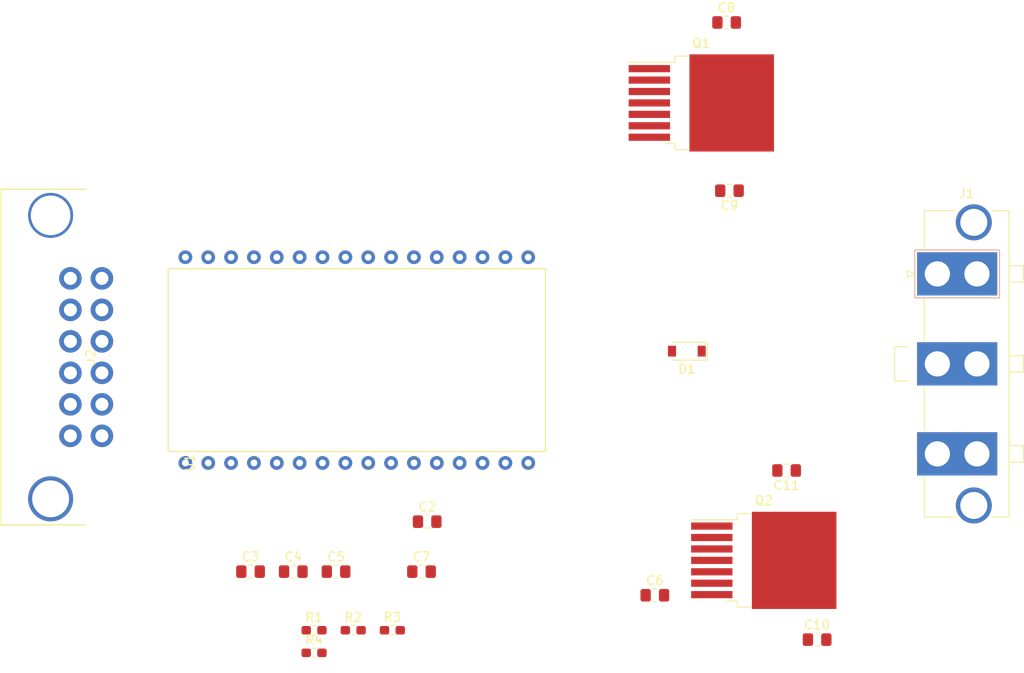
<source format=kicad_pcb>
(kicad_pcb (version 20171130) (host pcbnew "(5.1.4-0-10_14)")

  (general
    (thickness 1.6)
    (drawings 0)
    (tracks 0)
    (zones 0)
    (modules 20)
    (nets 11)
  )

  (page A4)
  (layers
    (0 F.Cu signal)
    (31 B.Cu signal)
    (32 B.Adhes user)
    (33 F.Adhes user)
    (34 B.Paste user)
    (35 F.Paste user)
    (36 B.SilkS user)
    (37 F.SilkS user)
    (38 B.Mask user)
    (39 F.Mask user)
    (40 Dwgs.User user)
    (41 Cmts.User user)
    (42 Eco1.User user)
    (43 Eco2.User user)
    (44 Edge.Cuts user)
    (45 Margin user)
    (46 B.CrtYd user)
    (47 F.CrtYd user)
    (48 B.Fab user)
    (49 F.Fab user)
  )

  (setup
    (last_trace_width 0.25)
    (trace_clearance 0.2)
    (zone_clearance 0.508)
    (zone_45_only no)
    (trace_min 0.2)
    (via_size 0.8)
    (via_drill 0.4)
    (via_min_size 0.4)
    (via_min_drill 0.3)
    (uvia_size 0.3)
    (uvia_drill 0.1)
    (uvias_allowed no)
    (uvia_min_size 0.2)
    (uvia_min_drill 0.1)
    (edge_width 0.05)
    (segment_width 0.2)
    (pcb_text_width 0.3)
    (pcb_text_size 1.5 1.5)
    (mod_edge_width 0.12)
    (mod_text_size 1 1)
    (mod_text_width 0.15)
    (pad_size 1.524 1.524)
    (pad_drill 0.762)
    (pad_to_mask_clearance 0.051)
    (solder_mask_min_width 0.25)
    (aux_axis_origin 0 0)
    (visible_elements FFFFFF7F)
    (pcbplotparams
      (layerselection 0x010fc_ffffffff)
      (usegerberextensions false)
      (usegerberattributes false)
      (usegerberadvancedattributes false)
      (creategerberjobfile false)
      (excludeedgelayer true)
      (linewidth 0.100000)
      (plotframeref false)
      (viasonmask false)
      (mode 1)
      (useauxorigin false)
      (hpglpennumber 1)
      (hpglpenspeed 20)
      (hpglpendiameter 15.000000)
      (psnegative false)
      (psa4output false)
      (plotreference true)
      (plotvalue true)
      (plotinvisibletext false)
      (padsonsilk false)
      (subtractmaskfromsilk false)
      (outputformat 1)
      (mirror false)
      (drillshape 1)
      (scaleselection 1)
      (outputdirectory ""))
  )

  (net 0 "")
  (net 1 GND)
  (net 2 CURRENT1)
  (net 3 CURRENT2)
  (net 4 "Net-(C4-Pad1)")
  (net 5 "Net-(C5-Pad1)")
  (net 6 +12V)
  (net 7 OUT1)
  (net 8 OUT2)
  (net 9 CANH)
  (net 10 CANL)

  (net_class Default "This is the default net class."
    (clearance 0.2)
    (trace_width 0.25)
    (via_dia 0.8)
    (via_drill 0.4)
    (uvia_dia 0.3)
    (uvia_drill 0.1)
    (add_net +12V)
    (add_net CANH)
    (add_net CANL)
    (add_net CURRENT1)
    (add_net CURRENT2)
    (add_net GND)
    (add_net "Net-(C4-Pad1)")
    (add_net "Net-(C5-Pad1)")
    (add_net OUT1)
    (add_net OUT2)
  )

  (module Lukas_Library:Breadboard_Center_32pin (layer F.Cu) (tedit 5DB35942) (tstamp 5DBEC9B7)
    (at 96.8756 109.0422 90)
    (path /5DC21698)
    (fp_text reference U1 (at 0 0.5 90) (layer F.SilkS)
      (effects (font (size 1 1) (thickness 0.15)))
    )
    (fp_text value ControllerBoardV1 (at 0 -0.5 90) (layer F.Fab)
      (effects (font (size 1 1) (thickness 0.15)))
    )
    (fp_line (start 21.59 40.005) (end 1.27 40.005) (layer F.SilkS) (width 0.15))
    (fp_line (start 1.27 -1.905) (end 21.59 -1.905) (layer F.SilkS) (width 0.15))
    (fp_line (start 1.27 0) (end 1.27 -0.635) (layer F.SilkS) (width 0.15))
    (fp_line (start 21.59 -1.905) (end 21.59 40.005) (layer F.SilkS) (width 0.15))
    (fp_line (start 1.27 -1.905) (end 1.27 40.005) (layer F.SilkS) (width 0.15))
    (pad 32 thru_hole circle (at 22.86 38.1 90) (size 1.524 1.524) (drill 0.762) (layers *.Cu *.Mask)
      (net 1 GND))
    (pad 31 thru_hole circle (at 22.86 35.56 90) (size 1.524 1.524) (drill 0.762) (layers *.Cu *.Mask))
    (pad 30 thru_hole circle (at 22.86 33.02 90) (size 1.524 1.524) (drill 0.762) (layers *.Cu *.Mask))
    (pad 29 thru_hole circle (at 22.86 30.48 90) (size 1.524 1.524) (drill 0.762) (layers *.Cu *.Mask))
    (pad 28 thru_hole circle (at 22.86 27.94 90) (size 1.524 1.524) (drill 0.762) (layers *.Cu *.Mask))
    (pad 27 thru_hole circle (at 22.86 25.4 90) (size 1.524 1.524) (drill 0.762) (layers *.Cu *.Mask))
    (pad 26 thru_hole circle (at 22.86 22.86 90) (size 1.524 1.524) (drill 0.762) (layers *.Cu *.Mask))
    (pad 25 thru_hole circle (at 22.86 20.32 90) (size 1.524 1.524) (drill 0.762) (layers *.Cu *.Mask))
    (pad 24 thru_hole circle (at 22.86 17.78 90) (size 1.524 1.524) (drill 0.762) (layers *.Cu *.Mask)
      (net 3 CURRENT2))
    (pad 23 thru_hole circle (at 22.86 15.24 90) (size 1.524 1.524) (drill 0.762) (layers *.Cu *.Mask)
      (net 2 CURRENT1))
    (pad 22 thru_hole circle (at 22.86 12.7 90) (size 1.524 1.524) (drill 0.762) (layers *.Cu *.Mask))
    (pad 21 thru_hole circle (at 22.86 10.16 90) (size 1.524 1.524) (drill 0.762) (layers *.Cu *.Mask))
    (pad 20 thru_hole circle (at 22.86 7.62 90) (size 1.524 1.524) (drill 0.762) (layers *.Cu *.Mask))
    (pad 19 thru_hole circle (at 22.86 5.08 90) (size 1.524 1.524) (drill 0.762) (layers *.Cu *.Mask)
      (net 1 GND))
    (pad 18 thru_hole circle (at 22.86 2.54 90) (size 1.524 1.524) (drill 0.762) (layers *.Cu *.Mask)
      (net 9 CANH))
    (pad 17 thru_hole circle (at 22.86 0 90) (size 1.524 1.524) (drill 0.762) (layers *.Cu *.Mask)
      (net 10 CANL))
    (pad 16 thru_hole circle (at 0 38.1 90) (size 1.524 1.524) (drill 0.762) (layers *.Cu *.Mask))
    (pad 15 thru_hole circle (at 0 35.56 90) (size 1.524 1.524) (drill 0.762) (layers *.Cu *.Mask))
    (pad 14 thru_hole circle (at 0 33.02 90) (size 1.524 1.524) (drill 0.762) (layers *.Cu *.Mask))
    (pad 13 thru_hole circle (at 0 30.48 90) (size 1.524 1.524) (drill 0.762) (layers *.Cu *.Mask))
    (pad 12 thru_hole circle (at 0 27.94 90) (size 1.524 1.524) (drill 0.762) (layers *.Cu *.Mask))
    (pad 11 thru_hole circle (at 0 25.4 90) (size 1.524 1.524) (drill 0.762) (layers *.Cu *.Mask))
    (pad 10 thru_hole circle (at 0 22.86 90) (size 1.524 1.524) (drill 0.762) (layers *.Cu *.Mask))
    (pad 9 thru_hole circle (at 0 20.32 90) (size 1.524 1.524) (drill 0.762) (layers *.Cu *.Mask))
    (pad 8 thru_hole circle (at 0 17.78 90) (size 1.524 1.524) (drill 0.762) (layers *.Cu *.Mask))
    (pad 7 thru_hole circle (at 0 15.24 90) (size 1.524 1.524) (drill 0.762) (layers *.Cu *.Mask))
    (pad 6 thru_hole circle (at 0 12.7 90) (size 1.524 1.524) (drill 0.762) (layers *.Cu *.Mask))
    (pad 5 thru_hole circle (at 0 10.16 90) (size 1.524 1.524) (drill 0.762) (layers *.Cu *.Mask))
    (pad 4 thru_hole circle (at 0 7.62 90) (size 1.524 1.524) (drill 0.762) (layers *.Cu *.Mask))
    (pad 3 thru_hole circle (at 0 5.08 90) (size 1.524 1.524) (drill 0.762) (layers *.Cu *.Mask))
    (pad 2 thru_hole circle (at 0 2.54 90) (size 1.524 1.524) (drill 0.762) (layers *.Cu *.Mask)
      (net 6 +12V))
    (pad 1 thru_hole circle (at 0 0 90) (size 1.524 1.524) (drill 0.762) (layers *.Cu *.Mask)
      (net 1 GND))
  )

  (module Resistor_SMD:R_0603_1608Metric_Pad1.05x0.95mm_HandSolder (layer F.Cu) (tedit 5B301BBD) (tstamp 5DBEC98E)
    (at 111.1796 130.146)
    (descr "Resistor SMD 0603 (1608 Metric), square (rectangular) end terminal, IPC_7351 nominal with elongated pad for handsoldering. (Body size source: http://www.tortai-tech.com/upload/download/2011102023233369053.pdf), generated with kicad-footprint-generator")
    (tags "resistor handsolder")
    (path /5DC2A27A)
    (attr smd)
    (fp_text reference R4 (at 0 -1.43) (layer F.SilkS)
      (effects (font (size 1 1) (thickness 0.15)))
    )
    (fp_text value 510 (at 0 1.43) (layer F.Fab)
      (effects (font (size 1 1) (thickness 0.15)))
    )
    (fp_text user %R (at 0 0) (layer F.Fab)
      (effects (font (size 0.4 0.4) (thickness 0.06)))
    )
    (fp_line (start 1.65 0.73) (end -1.65 0.73) (layer F.CrtYd) (width 0.05))
    (fp_line (start 1.65 -0.73) (end 1.65 0.73) (layer F.CrtYd) (width 0.05))
    (fp_line (start -1.65 -0.73) (end 1.65 -0.73) (layer F.CrtYd) (width 0.05))
    (fp_line (start -1.65 0.73) (end -1.65 -0.73) (layer F.CrtYd) (width 0.05))
    (fp_line (start -0.171267 0.51) (end 0.171267 0.51) (layer F.SilkS) (width 0.12))
    (fp_line (start -0.171267 -0.51) (end 0.171267 -0.51) (layer F.SilkS) (width 0.12))
    (fp_line (start 0.8 0.4) (end -0.8 0.4) (layer F.Fab) (width 0.1))
    (fp_line (start 0.8 -0.4) (end 0.8 0.4) (layer F.Fab) (width 0.1))
    (fp_line (start -0.8 -0.4) (end 0.8 -0.4) (layer F.Fab) (width 0.1))
    (fp_line (start -0.8 0.4) (end -0.8 -0.4) (layer F.Fab) (width 0.1))
    (pad 2 smd roundrect (at 0.875 0) (size 1.05 0.95) (layers F.Cu F.Paste F.Mask) (roundrect_rratio 0.25)
      (net 1 GND))
    (pad 1 smd roundrect (at -0.875 0) (size 1.05 0.95) (layers F.Cu F.Paste F.Mask) (roundrect_rratio 0.25)
      (net 5 "Net-(C5-Pad1)"))
    (model ${KISYS3DMOD}/Resistor_SMD.3dshapes/R_0603_1608Metric.wrl
      (at (xyz 0 0 0))
      (scale (xyz 1 1 1))
      (rotate (xyz 0 0 0))
    )
  )

  (module Resistor_SMD:R_0603_1608Metric_Pad1.05x0.95mm_HandSolder (layer F.Cu) (tedit 5B301BBD) (tstamp 5DBEC97D)
    (at 119.8796 127.636)
    (descr "Resistor SMD 0603 (1608 Metric), square (rectangular) end terminal, IPC_7351 nominal with elongated pad for handsoldering. (Body size source: http://www.tortai-tech.com/upload/download/2011102023233369053.pdf), generated with kicad-footprint-generator")
    (tags "resistor handsolder")
    (path /5DBFA5F1)
    (attr smd)
    (fp_text reference R3 (at 0 -1.43) (layer F.SilkS)
      (effects (font (size 1 1) (thickness 0.15)))
    )
    (fp_text value 510 (at 0 1.43) (layer F.Fab)
      (effects (font (size 1 1) (thickness 0.15)))
    )
    (fp_text user %R (at 0 0) (layer F.Fab)
      (effects (font (size 0.4 0.4) (thickness 0.06)))
    )
    (fp_line (start 1.65 0.73) (end -1.65 0.73) (layer F.CrtYd) (width 0.05))
    (fp_line (start 1.65 -0.73) (end 1.65 0.73) (layer F.CrtYd) (width 0.05))
    (fp_line (start -1.65 -0.73) (end 1.65 -0.73) (layer F.CrtYd) (width 0.05))
    (fp_line (start -1.65 0.73) (end -1.65 -0.73) (layer F.CrtYd) (width 0.05))
    (fp_line (start -0.171267 0.51) (end 0.171267 0.51) (layer F.SilkS) (width 0.12))
    (fp_line (start -0.171267 -0.51) (end 0.171267 -0.51) (layer F.SilkS) (width 0.12))
    (fp_line (start 0.8 0.4) (end -0.8 0.4) (layer F.Fab) (width 0.1))
    (fp_line (start 0.8 -0.4) (end 0.8 0.4) (layer F.Fab) (width 0.1))
    (fp_line (start -0.8 -0.4) (end 0.8 -0.4) (layer F.Fab) (width 0.1))
    (fp_line (start -0.8 0.4) (end -0.8 -0.4) (layer F.Fab) (width 0.1))
    (pad 2 smd roundrect (at 0.875 0) (size 1.05 0.95) (layers F.Cu F.Paste F.Mask) (roundrect_rratio 0.25)
      (net 1 GND))
    (pad 1 smd roundrect (at -0.875 0) (size 1.05 0.95) (layers F.Cu F.Paste F.Mask) (roundrect_rratio 0.25)
      (net 4 "Net-(C4-Pad1)"))
    (model ${KISYS3DMOD}/Resistor_SMD.3dshapes/R_0603_1608Metric.wrl
      (at (xyz 0 0 0))
      (scale (xyz 1 1 1))
      (rotate (xyz 0 0 0))
    )
  )

  (module Resistor_SMD:R_0603_1608Metric_Pad1.05x0.95mm_HandSolder (layer F.Cu) (tedit 5B301BBD) (tstamp 5DBEC96C)
    (at 115.5296 127.636)
    (descr "Resistor SMD 0603 (1608 Metric), square (rectangular) end terminal, IPC_7351 nominal with elongated pad for handsoldering. (Body size source: http://www.tortai-tech.com/upload/download/2011102023233369053.pdf), generated with kicad-footprint-generator")
    (tags "resistor handsolder")
    (path /5DC2A29B)
    (attr smd)
    (fp_text reference R2 (at 0 -1.43) (layer F.SilkS)
      (effects (font (size 1 1) (thickness 0.15)))
    )
    (fp_text value 510 (at 0 1.43) (layer F.Fab)
      (effects (font (size 1 1) (thickness 0.15)))
    )
    (fp_text user %R (at 0 0) (layer F.Fab)
      (effects (font (size 0.4 0.4) (thickness 0.06)))
    )
    (fp_line (start 1.65 0.73) (end -1.65 0.73) (layer F.CrtYd) (width 0.05))
    (fp_line (start 1.65 -0.73) (end 1.65 0.73) (layer F.CrtYd) (width 0.05))
    (fp_line (start -1.65 -0.73) (end 1.65 -0.73) (layer F.CrtYd) (width 0.05))
    (fp_line (start -1.65 0.73) (end -1.65 -0.73) (layer F.CrtYd) (width 0.05))
    (fp_line (start -0.171267 0.51) (end 0.171267 0.51) (layer F.SilkS) (width 0.12))
    (fp_line (start -0.171267 -0.51) (end 0.171267 -0.51) (layer F.SilkS) (width 0.12))
    (fp_line (start 0.8 0.4) (end -0.8 0.4) (layer F.Fab) (width 0.1))
    (fp_line (start 0.8 -0.4) (end 0.8 0.4) (layer F.Fab) (width 0.1))
    (fp_line (start -0.8 -0.4) (end 0.8 -0.4) (layer F.Fab) (width 0.1))
    (fp_line (start -0.8 0.4) (end -0.8 -0.4) (layer F.Fab) (width 0.1))
    (pad 2 smd roundrect (at 0.875 0) (size 1.05 0.95) (layers F.Cu F.Paste F.Mask) (roundrect_rratio 0.25)
      (net 1 GND))
    (pad 1 smd roundrect (at -0.875 0) (size 1.05 0.95) (layers F.Cu F.Paste F.Mask) (roundrect_rratio 0.25)
      (net 3 CURRENT2))
    (model ${KISYS3DMOD}/Resistor_SMD.3dshapes/R_0603_1608Metric.wrl
      (at (xyz 0 0 0))
      (scale (xyz 1 1 1))
      (rotate (xyz 0 0 0))
    )
  )

  (module Resistor_SMD:R_0603_1608Metric_Pad1.05x0.95mm_HandSolder (layer F.Cu) (tedit 5B301BBD) (tstamp 5DBEC95B)
    (at 111.1796 127.636)
    (descr "Resistor SMD 0603 (1608 Metric), square (rectangular) end terminal, IPC_7351 nominal with elongated pad for handsoldering. (Body size source: http://www.tortai-tech.com/upload/download/2011102023233369053.pdf), generated with kicad-footprint-generator")
    (tags "resistor handsolder")
    (path /5DC08F2C)
    (attr smd)
    (fp_text reference R1 (at 0 -1.43) (layer F.SilkS)
      (effects (font (size 1 1) (thickness 0.15)))
    )
    (fp_text value 510 (at 0 1.43) (layer F.Fab)
      (effects (font (size 1 1) (thickness 0.15)))
    )
    (fp_text user %R (at 0 0) (layer F.Fab)
      (effects (font (size 0.4 0.4) (thickness 0.06)))
    )
    (fp_line (start 1.65 0.73) (end -1.65 0.73) (layer F.CrtYd) (width 0.05))
    (fp_line (start 1.65 -0.73) (end 1.65 0.73) (layer F.CrtYd) (width 0.05))
    (fp_line (start -1.65 -0.73) (end 1.65 -0.73) (layer F.CrtYd) (width 0.05))
    (fp_line (start -1.65 0.73) (end -1.65 -0.73) (layer F.CrtYd) (width 0.05))
    (fp_line (start -0.171267 0.51) (end 0.171267 0.51) (layer F.SilkS) (width 0.12))
    (fp_line (start -0.171267 -0.51) (end 0.171267 -0.51) (layer F.SilkS) (width 0.12))
    (fp_line (start 0.8 0.4) (end -0.8 0.4) (layer F.Fab) (width 0.1))
    (fp_line (start 0.8 -0.4) (end 0.8 0.4) (layer F.Fab) (width 0.1))
    (fp_line (start -0.8 -0.4) (end 0.8 -0.4) (layer F.Fab) (width 0.1))
    (fp_line (start -0.8 0.4) (end -0.8 -0.4) (layer F.Fab) (width 0.1))
    (pad 2 smd roundrect (at 0.875 0) (size 1.05 0.95) (layers F.Cu F.Paste F.Mask) (roundrect_rratio 0.25)
      (net 1 GND))
    (pad 1 smd roundrect (at -0.875 0) (size 1.05 0.95) (layers F.Cu F.Paste F.Mask) (roundrect_rratio 0.25)
      (net 2 CURRENT1))
    (model ${KISYS3DMOD}/Resistor_SMD.3dshapes/R_0603_1608Metric.wrl
      (at (xyz 0 0 0))
      (scale (xyz 1 1 1))
      (rotate (xyz 0 0 0))
    )
  )

  (module Package_TO_SOT_SMD:TO-263-7_TabPin8 (layer F.Cu) (tedit 5A70FBD7) (tstamp 5DBEC94A)
    (at 161.1528 119.869)
    (descr "TO-263 / D2PAK / DDPAK SMD package, http://www.infineon.com/cms/en/product/packages/PG-TO263/PG-TO263-7-1/")
    (tags "D2PAK DDPAK TO-263 D2PAK-7 TO-263-7 SOT-427")
    (path /5DC2A259)
    (attr smd)
    (fp_text reference Q2 (at 0 -6.65) (layer F.SilkS)
      (effects (font (size 1 1) (thickness 0.15)))
    )
    (fp_text value BTN8982TA (at 0 6.65) (layer F.Fab)
      (effects (font (size 1 1) (thickness 0.15)))
    )
    (fp_text user %R (at 0 0) (layer F.Fab)
      (effects (font (size 1 1) (thickness 0.15)))
    )
    (fp_line (start 8.32 -5.65) (end -8.32 -5.65) (layer F.CrtYd) (width 0.05))
    (fp_line (start 8.32 5.65) (end 8.32 -5.65) (layer F.CrtYd) (width 0.05))
    (fp_line (start -8.32 5.65) (end 8.32 5.65) (layer F.CrtYd) (width 0.05))
    (fp_line (start -8.32 -5.65) (end -8.32 5.65) (layer F.CrtYd) (width 0.05))
    (fp_line (start -2.95 4.51) (end -4.05 4.51) (layer F.SilkS) (width 0.12))
    (fp_line (start -2.95 5.2) (end -2.95 4.51) (layer F.SilkS) (width 0.12))
    (fp_line (start -1.45 5.2) (end -2.95 5.2) (layer F.SilkS) (width 0.12))
    (fp_line (start -2.95 -4.51) (end -8.075 -4.51) (layer F.SilkS) (width 0.12))
    (fp_line (start -2.95 -5.2) (end -2.95 -4.51) (layer F.SilkS) (width 0.12))
    (fp_line (start -1.45 -5.2) (end -2.95 -5.2) (layer F.SilkS) (width 0.12))
    (fp_line (start -7.45 4.11) (end -2.75 4.11) (layer F.Fab) (width 0.1))
    (fp_line (start -7.45 3.51) (end -7.45 4.11) (layer F.Fab) (width 0.1))
    (fp_line (start -2.75 3.51) (end -7.45 3.51) (layer F.Fab) (width 0.1))
    (fp_line (start -7.45 2.84) (end -2.75 2.84) (layer F.Fab) (width 0.1))
    (fp_line (start -7.45 2.24) (end -7.45 2.84) (layer F.Fab) (width 0.1))
    (fp_line (start -2.75 2.24) (end -7.45 2.24) (layer F.Fab) (width 0.1))
    (fp_line (start -7.45 1.57) (end -2.75 1.57) (layer F.Fab) (width 0.1))
    (fp_line (start -7.45 0.97) (end -7.45 1.57) (layer F.Fab) (width 0.1))
    (fp_line (start -2.75 0.97) (end -7.45 0.97) (layer F.Fab) (width 0.1))
    (fp_line (start -7.45 0.3) (end -2.75 0.3) (layer F.Fab) (width 0.1))
    (fp_line (start -7.45 -0.3) (end -7.45 0.3) (layer F.Fab) (width 0.1))
    (fp_line (start -2.75 -0.3) (end -7.45 -0.3) (layer F.Fab) (width 0.1))
    (fp_line (start -7.45 -0.97) (end -2.75 -0.97) (layer F.Fab) (width 0.1))
    (fp_line (start -7.45 -1.57) (end -7.45 -0.97) (layer F.Fab) (width 0.1))
    (fp_line (start -2.75 -1.57) (end -7.45 -1.57) (layer F.Fab) (width 0.1))
    (fp_line (start -7.45 -2.24) (end -2.75 -2.24) (layer F.Fab) (width 0.1))
    (fp_line (start -7.45 -2.84) (end -7.45 -2.24) (layer F.Fab) (width 0.1))
    (fp_line (start -2.75 -2.84) (end -7.45 -2.84) (layer F.Fab) (width 0.1))
    (fp_line (start -7.45 -3.51) (end -2.75 -3.51) (layer F.Fab) (width 0.1))
    (fp_line (start -7.45 -4.11) (end -7.45 -3.51) (layer F.Fab) (width 0.1))
    (fp_line (start -2.64 -4.11) (end -7.45 -4.11) (layer F.Fab) (width 0.1))
    (fp_line (start -1.75 -5) (end 6.5 -5) (layer F.Fab) (width 0.1))
    (fp_line (start -2.75 -4) (end -1.75 -5) (layer F.Fab) (width 0.1))
    (fp_line (start -2.75 5) (end -2.75 -4) (layer F.Fab) (width 0.1))
    (fp_line (start 6.5 5) (end -2.75 5) (layer F.Fab) (width 0.1))
    (fp_line (start 6.5 -5) (end 6.5 5) (layer F.Fab) (width 0.1))
    (fp_line (start 7.5 5) (end 6.5 5) (layer F.Fab) (width 0.1))
    (fp_line (start 7.5 -5) (end 7.5 5) (layer F.Fab) (width 0.1))
    (fp_line (start 6.5 -5) (end 7.5 -5) (layer F.Fab) (width 0.1))
    (pad "" smd rect (at 0.95 2.775) (size 4.55 5.25) (layers F.Paste))
    (pad "" smd rect (at 5.8 -2.775) (size 4.55 5.25) (layers F.Paste))
    (pad "" smd rect (at 0.95 -2.775) (size 4.55 5.25) (layers F.Paste))
    (pad "" smd rect (at 5.8 2.775) (size 4.55 5.25) (layers F.Paste))
    (pad 8 smd rect (at 3.375 0) (size 9.4 10.8) (layers F.Cu F.Mask)
      (net 8 OUT2))
    (pad 7 smd rect (at -5.775 3.81) (size 4.6 0.8) (layers F.Cu F.Paste F.Mask)
      (net 6 +12V))
    (pad 6 smd rect (at -5.775 2.54) (size 4.6 0.8) (layers F.Cu F.Paste F.Mask)
      (net 3 CURRENT2))
    (pad 5 smd rect (at -5.775 1.27) (size 4.6 0.8) (layers F.Cu F.Paste F.Mask)
      (net 5 "Net-(C5-Pad1)"))
    (pad 4 smd rect (at -5.775 0) (size 4.6 0.8) (layers F.Cu F.Paste F.Mask)
      (net 8 OUT2))
    (pad 3 smd rect (at -5.775 -1.27) (size 4.6 0.8) (layers F.Cu F.Paste F.Mask))
    (pad 2 smd rect (at -5.775 -2.54) (size 4.6 0.8) (layers F.Cu F.Paste F.Mask))
    (pad 1 smd rect (at -5.775 -3.81) (size 4.6 0.8) (layers F.Cu F.Paste F.Mask)
      (net 1 GND))
    (model ${KISYS3DMOD}/Package_TO_SOT_SMD.3dshapes/TO-263-7_TabPin8.wrl
      (at (xyz 0 0 0))
      (scale (xyz 1 1 1))
      (rotate (xyz 0 0 0))
    )
  )

  (module Package_TO_SOT_SMD:TO-263-7_TabPin8 (layer F.Cu) (tedit 5A70FBD7) (tstamp 5DBEC912)
    (at 154.2126 69.0372)
    (descr "TO-263 / D2PAK / DDPAK SMD package, http://www.infineon.com/cms/en/product/packages/PG-TO263/PG-TO263-7-1/")
    (tags "D2PAK DDPAK TO-263 D2PAK-7 TO-263-7 SOT-427")
    (path /5DBDBBC0)
    (attr smd)
    (fp_text reference Q1 (at 0 -6.65) (layer F.SilkS)
      (effects (font (size 1 1) (thickness 0.15)))
    )
    (fp_text value BTN8982TA (at 0 6.65) (layer F.Fab)
      (effects (font (size 1 1) (thickness 0.15)))
    )
    (fp_text user %R (at 0 0) (layer F.Fab)
      (effects (font (size 1 1) (thickness 0.15)))
    )
    (fp_line (start 8.32 -5.65) (end -8.32 -5.65) (layer F.CrtYd) (width 0.05))
    (fp_line (start 8.32 5.65) (end 8.32 -5.65) (layer F.CrtYd) (width 0.05))
    (fp_line (start -8.32 5.65) (end 8.32 5.65) (layer F.CrtYd) (width 0.05))
    (fp_line (start -8.32 -5.65) (end -8.32 5.65) (layer F.CrtYd) (width 0.05))
    (fp_line (start -2.95 4.51) (end -4.05 4.51) (layer F.SilkS) (width 0.12))
    (fp_line (start -2.95 5.2) (end -2.95 4.51) (layer F.SilkS) (width 0.12))
    (fp_line (start -1.45 5.2) (end -2.95 5.2) (layer F.SilkS) (width 0.12))
    (fp_line (start -2.95 -4.51) (end -8.075 -4.51) (layer F.SilkS) (width 0.12))
    (fp_line (start -2.95 -5.2) (end -2.95 -4.51) (layer F.SilkS) (width 0.12))
    (fp_line (start -1.45 -5.2) (end -2.95 -5.2) (layer F.SilkS) (width 0.12))
    (fp_line (start -7.45 4.11) (end -2.75 4.11) (layer F.Fab) (width 0.1))
    (fp_line (start -7.45 3.51) (end -7.45 4.11) (layer F.Fab) (width 0.1))
    (fp_line (start -2.75 3.51) (end -7.45 3.51) (layer F.Fab) (width 0.1))
    (fp_line (start -7.45 2.84) (end -2.75 2.84) (layer F.Fab) (width 0.1))
    (fp_line (start -7.45 2.24) (end -7.45 2.84) (layer F.Fab) (width 0.1))
    (fp_line (start -2.75 2.24) (end -7.45 2.24) (layer F.Fab) (width 0.1))
    (fp_line (start -7.45 1.57) (end -2.75 1.57) (layer F.Fab) (width 0.1))
    (fp_line (start -7.45 0.97) (end -7.45 1.57) (layer F.Fab) (width 0.1))
    (fp_line (start -2.75 0.97) (end -7.45 0.97) (layer F.Fab) (width 0.1))
    (fp_line (start -7.45 0.3) (end -2.75 0.3) (layer F.Fab) (width 0.1))
    (fp_line (start -7.45 -0.3) (end -7.45 0.3) (layer F.Fab) (width 0.1))
    (fp_line (start -2.75 -0.3) (end -7.45 -0.3) (layer F.Fab) (width 0.1))
    (fp_line (start -7.45 -0.97) (end -2.75 -0.97) (layer F.Fab) (width 0.1))
    (fp_line (start -7.45 -1.57) (end -7.45 -0.97) (layer F.Fab) (width 0.1))
    (fp_line (start -2.75 -1.57) (end -7.45 -1.57) (layer F.Fab) (width 0.1))
    (fp_line (start -7.45 -2.24) (end -2.75 -2.24) (layer F.Fab) (width 0.1))
    (fp_line (start -7.45 -2.84) (end -7.45 -2.24) (layer F.Fab) (width 0.1))
    (fp_line (start -2.75 -2.84) (end -7.45 -2.84) (layer F.Fab) (width 0.1))
    (fp_line (start -7.45 -3.51) (end -2.75 -3.51) (layer F.Fab) (width 0.1))
    (fp_line (start -7.45 -4.11) (end -7.45 -3.51) (layer F.Fab) (width 0.1))
    (fp_line (start -2.64 -4.11) (end -7.45 -4.11) (layer F.Fab) (width 0.1))
    (fp_line (start -1.75 -5) (end 6.5 -5) (layer F.Fab) (width 0.1))
    (fp_line (start -2.75 -4) (end -1.75 -5) (layer F.Fab) (width 0.1))
    (fp_line (start -2.75 5) (end -2.75 -4) (layer F.Fab) (width 0.1))
    (fp_line (start 6.5 5) (end -2.75 5) (layer F.Fab) (width 0.1))
    (fp_line (start 6.5 -5) (end 6.5 5) (layer F.Fab) (width 0.1))
    (fp_line (start 7.5 5) (end 6.5 5) (layer F.Fab) (width 0.1))
    (fp_line (start 7.5 -5) (end 7.5 5) (layer F.Fab) (width 0.1))
    (fp_line (start 6.5 -5) (end 7.5 -5) (layer F.Fab) (width 0.1))
    (pad "" smd rect (at 0.95 2.775) (size 4.55 5.25) (layers F.Paste))
    (pad "" smd rect (at 5.8 -2.775) (size 4.55 5.25) (layers F.Paste))
    (pad "" smd rect (at 0.95 -2.775) (size 4.55 5.25) (layers F.Paste))
    (pad "" smd rect (at 5.8 2.775) (size 4.55 5.25) (layers F.Paste))
    (pad 8 smd rect (at 3.375 0) (size 9.4 10.8) (layers F.Cu F.Mask)
      (net 7 OUT1))
    (pad 7 smd rect (at -5.775 3.81) (size 4.6 0.8) (layers F.Cu F.Paste F.Mask)
      (net 6 +12V))
    (pad 6 smd rect (at -5.775 2.54) (size 4.6 0.8) (layers F.Cu F.Paste F.Mask)
      (net 2 CURRENT1))
    (pad 5 smd rect (at -5.775 1.27) (size 4.6 0.8) (layers F.Cu F.Paste F.Mask)
      (net 4 "Net-(C4-Pad1)"))
    (pad 4 smd rect (at -5.775 0) (size 4.6 0.8) (layers F.Cu F.Paste F.Mask)
      (net 7 OUT1))
    (pad 3 smd rect (at -5.775 -1.27) (size 4.6 0.8) (layers F.Cu F.Paste F.Mask))
    (pad 2 smd rect (at -5.775 -2.54) (size 4.6 0.8) (layers F.Cu F.Paste F.Mask))
    (pad 1 smd rect (at -5.775 -3.81) (size 4.6 0.8) (layers F.Cu F.Paste F.Mask)
      (net 1 GND))
    (model ${KISYS3DMOD}/Package_TO_SOT_SMD.3dshapes/TO-263-7_TabPin8.wrl
      (at (xyz 0 0 0))
      (scale (xyz 1 1 1))
      (rotate (xyz 0 0 0))
    )
  )

  (module Lukas_Library:MX120G (layer F.Cu) (tedit 5D8EF933) (tstamp 5DBEC8DA)
    (at 85.852 97.282 90)
    (path /5DBE2105)
    (fp_text reference J2 (at 0 0.5 90) (layer F.SilkS)
      (effects (font (size 1 1) (thickness 0.15)))
    )
    (fp_text value "PWR + I/O" (at 0 -0.5 90) (layer F.Fab)
      (effects (font (size 1 1) (thickness 0.15)))
    )
    (fp_line (start -18.65 -9.5) (end 18.65 -9.5) (layer F.SilkS) (width 0.15))
    (fp_line (start 18.65 0) (end 18.65 -9.5) (layer F.SilkS) (width 0.15))
    (fp_line (start -18.65 0) (end -18.65 -9.5) (layer F.SilkS) (width 0.15))
    (pad 13 thru_hole circle (at 15.75 -3.95 90) (size 5 5) (drill 4.4) (layers *.Cu *.Mask))
    (pad 13 thru_hole circle (at -15.75 -3.95 90) (size 5 5) (drill 4.1) (layers *.Cu *.Mask))
    (pad 1 thru_hole circle (at 8.75 1.75 90) (size 2.5 2.5) (drill 1.45) (layers *.Cu *.Mask)
      (net 6 +12V))
    (pad 2 thru_hole circle (at 5.25 1.75 90) (size 2.5 2.5) (drill 1.45) (layers *.Cu *.Mask)
      (net 1 GND))
    (pad 3 thru_hole circle (at 1.75 1.75 90) (size 2.5 2.5) (drill 1.45) (layers *.Cu *.Mask)
      (net 9 CANH))
    (pad 9 thru_hole circle (at 1.75 -1.75 90) (size 2.5 2.5) (drill 1.45) (layers *.Cu *.Mask))
    (pad 8 thru_hole circle (at 5.25 -1.75 90) (size 2.5 2.5) (drill 1.45) (layers *.Cu *.Mask)
      (net 1 GND))
    (pad 7 thru_hole circle (at 8.75 -1.75 90) (size 2.5 2.5) (drill 1.45) (layers *.Cu *.Mask)
      (net 6 +12V))
    (pad 4 thru_hole circle (at -1.75 1.75 90) (size 2.5 2.5) (drill 1.45) (layers *.Cu *.Mask)
      (net 10 CANL))
    (pad 5 thru_hole circle (at -5.25 1.75 90) (size 2.5 2.5) (drill 1.45) (layers *.Cu *.Mask)
      (net 1 GND))
    (pad 6 thru_hole circle (at -8.75 1.75 90) (size 2.5 2.5) (drill 1.45) (layers *.Cu *.Mask)
      (net 6 +12V))
    (pad 12 thru_hole circle (at -8.75 -1.75 90) (size 2.5 2.5) (drill 1.45) (layers *.Cu *.Mask)
      (net 6 +12V))
    (pad 11 thru_hole circle (at -5.25 -1.75 90) (size 2.5 2.5) (drill 1.45) (layers *.Cu *.Mask)
      (net 1 GND))
    (pad 10 thru_hole circle (at -1.75 -1.75 90) (size 2.5 2.5) (drill 1.45) (layers *.Cu *.Mask))
    (model /Users/lukasvozenilek/Downloads/367831201.stp
      (offset (xyz 1.5 60 14.9))
      (scale (xyz 1 1 1))
      (rotate (xyz 0 180 0))
    )
  )

  (module Connector_Molex:Molex_Mini-Fit_Sr_42819-32XX_1x03_P10.00mm_Vertical (layer F.Cu) (tedit 5B782361) (tstamp 5DBEC8C5)
    (at 180.4416 88.0364)
    (descr "Molex Mini-Fit Sr. Power Connectors, 42819-32XX, 3 Pins per row (http://www.molex.com/pdm_docs/sd/428192214_sd.pdf), generated with kicad-footprint-generator")
    (tags "connector Molex Mini-Fit_Sr side entry")
    (path /5DC60A9B)
    (fp_text reference J1 (at 3.26 -8.93) (layer F.SilkS)
      (effects (font (size 1 1) (thickness 0.15)))
    )
    (fp_text value SOLENOID (at 3.26 28.93) (layer F.Fab)
      (effects (font (size 1 1) (thickness 0.15)))
    )
    (fp_text user %R (at 3.26 24.75) (layer F.Fab)
      (effects (font (size 1 1) (thickness 0.15)))
    )
    (fp_line (start 8.36 -8.23) (end -5.14 -8.23) (layer F.CrtYd) (width 0.05))
    (fp_line (start 8.36 28.23) (end 8.36 -8.23) (layer F.CrtYd) (width 0.05))
    (fp_line (start -5.14 28.23) (end 8.36 28.23) (layer F.CrtYd) (width 0.05))
    (fp_line (start -5.14 -8.23) (end -5.14 28.23) (layer F.CrtYd) (width 0.05))
    (fp_line (start -3.31 0.4) (end -2.51 0) (layer F.SilkS) (width 0.12))
    (fp_line (start -3.31 -0.4) (end -3.31 0.4) (layer F.SilkS) (width 0.12))
    (fp_line (start -2.51 0) (end -3.31 -0.4) (layer F.SilkS) (width 0.12))
    (fp_line (start 6.162944 0) (end 7.86 1.2) (layer F.Fab) (width 0.1))
    (fp_line (start 7.86 -1.2) (end 6.162944 0) (layer F.Fab) (width 0.1))
    (fp_line (start 0.357056 0) (end -1.34 1.2) (layer F.Fab) (width 0.1))
    (fp_line (start -1.34 -1.2) (end 0.357056 0) (layer F.Fab) (width 0.1))
    (fp_line (start -4.75 11.91) (end -3.25 11.91) (layer F.SilkS) (width 0.12))
    (fp_line (start -4.75 8.09) (end -4.75 11.91) (layer F.SilkS) (width 0.12))
    (fp_line (start -3.25 8.09) (end -4.75 8.09) (layer F.SilkS) (width 0.12))
    (fp_line (start -4.64 8.2) (end -1.34 8.2) (layer F.Fab) (width 0.1))
    (fp_line (start -4.64 11.8) (end -4.64 8.2) (layer F.Fab) (width 0.1))
    (fp_line (start -1.34 11.8) (end -4.64 11.8) (layer F.Fab) (width 0.1))
    (fp_line (start -1.34 8.2) (end -1.34 11.8) (layer F.Fab) (width 0.1))
    (fp_line (start 9.57 20.91) (end 7.97 20.91) (layer F.SilkS) (width 0.12))
    (fp_line (start 9.57 19.09) (end 9.57 20.91) (layer F.SilkS) (width 0.12))
    (fp_line (start 7.97 19.09) (end 9.57 19.09) (layer F.SilkS) (width 0.12))
    (fp_line (start 9.46 20.8) (end 7.86 20.8) (layer F.Fab) (width 0.1))
    (fp_line (start 9.46 19.2) (end 9.46 20.8) (layer F.Fab) (width 0.1))
    (fp_line (start 7.86 19.2) (end 9.46 19.2) (layer F.Fab) (width 0.1))
    (fp_line (start 9.57 10.91) (end 7.97 10.91) (layer F.SilkS) (width 0.12))
    (fp_line (start 9.57 9.09) (end 9.57 10.91) (layer F.SilkS) (width 0.12))
    (fp_line (start 7.97 9.09) (end 9.57 9.09) (layer F.SilkS) (width 0.12))
    (fp_line (start 9.46 10.8) (end 7.86 10.8) (layer F.Fab) (width 0.1))
    (fp_line (start 9.46 9.2) (end 9.46 10.8) (layer F.Fab) (width 0.1))
    (fp_line (start 7.86 9.2) (end 9.46 9.2) (layer F.Fab) (width 0.1))
    (fp_line (start 9.57 0.91) (end 7.97 0.91) (layer F.SilkS) (width 0.12))
    (fp_line (start 9.57 -0.91) (end 9.57 0.91) (layer F.SilkS) (width 0.12))
    (fp_line (start 7.97 -0.91) (end 9.57 -0.91) (layer F.SilkS) (width 0.12))
    (fp_line (start 9.46 0.8) (end 7.86 0.8) (layer F.Fab) (width 0.1))
    (fp_line (start 9.46 -0.8) (end 9.46 0.8) (layer F.Fab) (width 0.1))
    (fp_line (start 7.86 -0.8) (end 9.46 -0.8) (layer F.Fab) (width 0.1))
    (fp_line (start -1.45 12.66) (end -1.45 17.34) (layer F.SilkS) (width 0.12))
    (fp_line (start -1.45 2.66) (end -1.45 7.34) (layer F.SilkS) (width 0.12))
    (fp_line (start 7.97 27.02) (end 7.97 10) (layer F.SilkS) (width 0.12))
    (fp_line (start 6.05 27.02) (end 7.97 27.02) (layer F.SilkS) (width 0.12))
    (fp_line (start 7.97 -7.02) (end 7.97 10) (layer F.SilkS) (width 0.12))
    (fp_line (start 6.05 -7.02) (end 7.97 -7.02) (layer F.SilkS) (width 0.12))
    (fp_line (start -1.45 27.02) (end 2.05 27.02) (layer F.SilkS) (width 0.12))
    (fp_line (start -1.45 22.66) (end -1.45 27.02) (layer F.SilkS) (width 0.12))
    (fp_line (start -1.45 -7.02) (end 2.05 -7.02) (layer F.SilkS) (width 0.12))
    (fp_line (start -1.45 -2.66) (end -1.45 -7.02) (layer F.SilkS) (width 0.12))
    (fp_line (start -1.34 25.45) (end 7.86 25.45) (layer F.Fab) (width 0.1))
    (fp_line (start -1.34 -5.45) (end 7.86 -5.45) (layer F.Fab) (width 0.1))
    (fp_line (start 7.86 -6.91) (end -1.34 -6.91) (layer F.Fab) (width 0.1))
    (fp_line (start 7.86 26.91) (end 7.86 -6.91) (layer F.Fab) (width 0.1))
    (fp_line (start -1.34 26.91) (end 7.86 26.91) (layer F.Fab) (width 0.1))
    (fp_line (start -1.34 -6.91) (end -1.34 26.91) (layer F.Fab) (width 0.1))
    (fp_line (start 6.91 -2.66) (end -2.51 -2.66) (layer B.SilkS) (width 0.12))
    (fp_line (start 6.91 2.66) (end 6.91 -2.66) (layer B.SilkS) (width 0.12))
    (fp_line (start -2.51 2.66) (end 6.91 2.66) (layer B.SilkS) (width 0.12))
    (fp_line (start -2.51 -2.66) (end -2.51 2.66) (layer B.SilkS) (width 0.12))
    (pad "" thru_hole circle (at 4.05 25.73) (size 4 4) (drill 3) (layers *.Cu *.Mask))
    (pad "" thru_hole circle (at 4.05 -5.73) (size 4 4) (drill 3) (layers *.Cu *.Mask))
    (pad 3 thru_hole rect (at 4.4 20) (size 4.5 4.8) (drill 2.8) (layers *.Cu *.Mask)
      (net 8 OUT2))
    (pad 2 thru_hole rect (at 4.4 10) (size 4.5 4.8) (drill 2.8) (layers *.Cu *.Mask)
      (net 1 GND))
    (pad 1 thru_hole rect (at 4.4 0) (size 4.5 4.8) (drill 2.8) (layers *.Cu *.Mask)
      (net 7 OUT1))
    (pad 3 thru_hole rect (at 0 20) (size 4.5 4.8) (drill 2.8) (layers *.Cu *.Mask)
      (net 8 OUT2))
    (pad 2 thru_hole rect (at 0 10) (size 4.5 4.8) (drill 2.8) (layers *.Cu *.Mask)
      (net 1 GND))
    (pad 1 thru_hole rect (at 0 0) (size 4.5 4.8) (drill 2.8) (layers *.Cu *.Mask)
      (net 7 OUT1))
    (model ${KISYS3DMOD}/Connector_Molex.3dshapes/Molex_Mini-Fit_Sr_42819-32XX_1x03_P10.00mm_Vertical.wrl
      (at (xyz 0 0 0))
      (scale (xyz 1 1 1))
      (rotate (xyz 0 0 0))
    )
  )

  (module Diode_SMD:D_SOD-123 (layer F.Cu) (tedit 58645DC7) (tstamp 5DBEC880)
    (at 152.6032 96.6216 180)
    (descr SOD-123)
    (tags SOD-123)
    (path /5DC58E36)
    (attr smd)
    (fp_text reference D1 (at 0 -2) (layer F.SilkS)
      (effects (font (size 1 1) (thickness 0.15)))
    )
    (fp_text value 30v (at 0 2.1) (layer F.Fab)
      (effects (font (size 1 1) (thickness 0.15)))
    )
    (fp_line (start -2.25 -1) (end 1.65 -1) (layer F.SilkS) (width 0.12))
    (fp_line (start -2.25 1) (end 1.65 1) (layer F.SilkS) (width 0.12))
    (fp_line (start -2.35 -1.15) (end -2.35 1.15) (layer F.CrtYd) (width 0.05))
    (fp_line (start 2.35 1.15) (end -2.35 1.15) (layer F.CrtYd) (width 0.05))
    (fp_line (start 2.35 -1.15) (end 2.35 1.15) (layer F.CrtYd) (width 0.05))
    (fp_line (start -2.35 -1.15) (end 2.35 -1.15) (layer F.CrtYd) (width 0.05))
    (fp_line (start -1.4 -0.9) (end 1.4 -0.9) (layer F.Fab) (width 0.1))
    (fp_line (start 1.4 -0.9) (end 1.4 0.9) (layer F.Fab) (width 0.1))
    (fp_line (start 1.4 0.9) (end -1.4 0.9) (layer F.Fab) (width 0.1))
    (fp_line (start -1.4 0.9) (end -1.4 -0.9) (layer F.Fab) (width 0.1))
    (fp_line (start -0.75 0) (end -0.35 0) (layer F.Fab) (width 0.1))
    (fp_line (start -0.35 0) (end -0.35 -0.55) (layer F.Fab) (width 0.1))
    (fp_line (start -0.35 0) (end -0.35 0.55) (layer F.Fab) (width 0.1))
    (fp_line (start -0.35 0) (end 0.25 -0.4) (layer F.Fab) (width 0.1))
    (fp_line (start 0.25 -0.4) (end 0.25 0.4) (layer F.Fab) (width 0.1))
    (fp_line (start 0.25 0.4) (end -0.35 0) (layer F.Fab) (width 0.1))
    (fp_line (start 0.25 0) (end 0.75 0) (layer F.Fab) (width 0.1))
    (fp_line (start -2.25 -1) (end -2.25 1) (layer F.SilkS) (width 0.12))
    (fp_text user %R (at 0 -2) (layer F.Fab)
      (effects (font (size 1 1) (thickness 0.15)))
    )
    (pad 2 smd rect (at 1.65 0 180) (size 0.9 1.2) (layers F.Cu F.Paste F.Mask)
      (net 1 GND))
    (pad 1 smd rect (at -1.65 0 180) (size 0.9 1.2) (layers F.Cu F.Paste F.Mask)
      (net 6 +12V))
    (model ${KISYS3DMOD}/Diode_SMD.3dshapes/D_SOD-123.wrl
      (at (xyz 0 0 0))
      (scale (xyz 1 1 1))
      (rotate (xyz 0 0 0))
    )
  )

  (module Capacitor_SMD:C_0805_2012Metric_Pad1.15x1.40mm_HandSolder (layer F.Cu) (tedit 5B36C52B) (tstamp 5DBEC867)
    (at 163.6866 109.8804 180)
    (descr "Capacitor SMD 0805 (2012 Metric), square (rectangular) end terminal, IPC_7351 nominal with elongated pad for handsoldering. (Body size source: https://docs.google.com/spreadsheets/d/1BsfQQcO9C6DZCsRaXUlFlo91Tg2WpOkGARC1WS5S8t0/edit?usp=sharing), generated with kicad-footprint-generator")
    (tags "capacitor handsolder")
    (path /5DC2A2C7)
    (attr smd)
    (fp_text reference C11 (at 0 -1.65) (layer F.SilkS)
      (effects (font (size 1 1) (thickness 0.15)))
    )
    (fp_text value 220n (at 0 1.65) (layer F.Fab)
      (effects (font (size 1 1) (thickness 0.15)))
    )
    (fp_text user %R (at 0 0) (layer F.Fab)
      (effects (font (size 0.5 0.5) (thickness 0.08)))
    )
    (fp_line (start 1.85 0.95) (end -1.85 0.95) (layer F.CrtYd) (width 0.05))
    (fp_line (start 1.85 -0.95) (end 1.85 0.95) (layer F.CrtYd) (width 0.05))
    (fp_line (start -1.85 -0.95) (end 1.85 -0.95) (layer F.CrtYd) (width 0.05))
    (fp_line (start -1.85 0.95) (end -1.85 -0.95) (layer F.CrtYd) (width 0.05))
    (fp_line (start -0.261252 0.71) (end 0.261252 0.71) (layer F.SilkS) (width 0.12))
    (fp_line (start -0.261252 -0.71) (end 0.261252 -0.71) (layer F.SilkS) (width 0.12))
    (fp_line (start 1 0.6) (end -1 0.6) (layer F.Fab) (width 0.1))
    (fp_line (start 1 -0.6) (end 1 0.6) (layer F.Fab) (width 0.1))
    (fp_line (start -1 -0.6) (end 1 -0.6) (layer F.Fab) (width 0.1))
    (fp_line (start -1 0.6) (end -1 -0.6) (layer F.Fab) (width 0.1))
    (pad 2 smd roundrect (at 1.025 0 180) (size 1.15 1.4) (layers F.Cu F.Paste F.Mask) (roundrect_rratio 0.217391)
      (net 1 GND))
    (pad 1 smd roundrect (at -1.025 0 180) (size 1.15 1.4) (layers F.Cu F.Paste F.Mask) (roundrect_rratio 0.217391)
      (net 8 OUT2))
    (model ${KISYS3DMOD}/Capacitor_SMD.3dshapes/C_0805_2012Metric.wrl
      (at (xyz 0 0 0))
      (scale (xyz 1 1 1))
      (rotate (xyz 0 0 0))
    )
  )

  (module Capacitor_SMD:C_0805_2012Metric_Pad1.15x1.40mm_HandSolder (layer F.Cu) (tedit 5B36C52B) (tstamp 5DBEC856)
    (at 167.0812 128.6764)
    (descr "Capacitor SMD 0805 (2012 Metric), square (rectangular) end terminal, IPC_7351 nominal with elongated pad for handsoldering. (Body size source: https://docs.google.com/spreadsheets/d/1BsfQQcO9C6DZCsRaXUlFlo91Tg2WpOkGARC1WS5S8t0/edit?usp=sharing), generated with kicad-footprint-generator")
    (tags "capacitor handsolder")
    (path /5DC2A2D1)
    (attr smd)
    (fp_text reference C10 (at 0 -1.65) (layer F.SilkS)
      (effects (font (size 1 1) (thickness 0.15)))
    )
    (fp_text value 220n (at 0 1.65) (layer F.Fab)
      (effects (font (size 1 1) (thickness 0.15)))
    )
    (fp_text user %R (at 0 0) (layer F.Fab)
      (effects (font (size 0.5 0.5) (thickness 0.08)))
    )
    (fp_line (start 1.85 0.95) (end -1.85 0.95) (layer F.CrtYd) (width 0.05))
    (fp_line (start 1.85 -0.95) (end 1.85 0.95) (layer F.CrtYd) (width 0.05))
    (fp_line (start -1.85 -0.95) (end 1.85 -0.95) (layer F.CrtYd) (width 0.05))
    (fp_line (start -1.85 0.95) (end -1.85 -0.95) (layer F.CrtYd) (width 0.05))
    (fp_line (start -0.261252 0.71) (end 0.261252 0.71) (layer F.SilkS) (width 0.12))
    (fp_line (start -0.261252 -0.71) (end 0.261252 -0.71) (layer F.SilkS) (width 0.12))
    (fp_line (start 1 0.6) (end -1 0.6) (layer F.Fab) (width 0.1))
    (fp_line (start 1 -0.6) (end 1 0.6) (layer F.Fab) (width 0.1))
    (fp_line (start -1 -0.6) (end 1 -0.6) (layer F.Fab) (width 0.1))
    (fp_line (start -1 0.6) (end -1 -0.6) (layer F.Fab) (width 0.1))
    (pad 2 smd roundrect (at 1.025 0) (size 1.15 1.4) (layers F.Cu F.Paste F.Mask) (roundrect_rratio 0.217391)
      (net 8 OUT2))
    (pad 1 smd roundrect (at -1.025 0) (size 1.15 1.4) (layers F.Cu F.Paste F.Mask) (roundrect_rratio 0.217391)
      (net 6 +12V))
    (model ${KISYS3DMOD}/Capacitor_SMD.3dshapes/C_0805_2012Metric.wrl
      (at (xyz 0 0 0))
      (scale (xyz 1 1 1))
      (rotate (xyz 0 0 0))
    )
  )

  (module Capacitor_SMD:C_0805_2012Metric_Pad1.15x1.40mm_HandSolder (layer F.Cu) (tedit 5B36C52B) (tstamp 5DBEC845)
    (at 157.3366 78.7908 180)
    (descr "Capacitor SMD 0805 (2012 Metric), square (rectangular) end terminal, IPC_7351 nominal with elongated pad for handsoldering. (Body size source: https://docs.google.com/spreadsheets/d/1BsfQQcO9C6DZCsRaXUlFlo91Tg2WpOkGARC1WS5S8t0/edit?usp=sharing), generated with kicad-footprint-generator")
    (tags "capacitor handsolder")
    (path /5DC15E9E)
    (attr smd)
    (fp_text reference C9 (at 0 -1.65) (layer F.SilkS)
      (effects (font (size 1 1) (thickness 0.15)))
    )
    (fp_text value 220n (at 0 1.65) (layer F.Fab)
      (effects (font (size 1 1) (thickness 0.15)))
    )
    (fp_text user %R (at 0 0) (layer F.Fab)
      (effects (font (size 0.5 0.5) (thickness 0.08)))
    )
    (fp_line (start 1.85 0.95) (end -1.85 0.95) (layer F.CrtYd) (width 0.05))
    (fp_line (start 1.85 -0.95) (end 1.85 0.95) (layer F.CrtYd) (width 0.05))
    (fp_line (start -1.85 -0.95) (end 1.85 -0.95) (layer F.CrtYd) (width 0.05))
    (fp_line (start -1.85 0.95) (end -1.85 -0.95) (layer F.CrtYd) (width 0.05))
    (fp_line (start -0.261252 0.71) (end 0.261252 0.71) (layer F.SilkS) (width 0.12))
    (fp_line (start -0.261252 -0.71) (end 0.261252 -0.71) (layer F.SilkS) (width 0.12))
    (fp_line (start 1 0.6) (end -1 0.6) (layer F.Fab) (width 0.1))
    (fp_line (start 1 -0.6) (end 1 0.6) (layer F.Fab) (width 0.1))
    (fp_line (start -1 -0.6) (end 1 -0.6) (layer F.Fab) (width 0.1))
    (fp_line (start -1 0.6) (end -1 -0.6) (layer F.Fab) (width 0.1))
    (pad 2 smd roundrect (at 1.025 0 180) (size 1.15 1.4) (layers F.Cu F.Paste F.Mask) (roundrect_rratio 0.217391)
      (net 1 GND))
    (pad 1 smd roundrect (at -1.025 0 180) (size 1.15 1.4) (layers F.Cu F.Paste F.Mask) (roundrect_rratio 0.217391)
      (net 7 OUT1))
    (model ${KISYS3DMOD}/Capacitor_SMD.3dshapes/C_0805_2012Metric.wrl
      (at (xyz 0 0 0))
      (scale (xyz 1 1 1))
      (rotate (xyz 0 0 0))
    )
  )

  (module Capacitor_SMD:C_0805_2012Metric_Pad1.15x1.40mm_HandSolder (layer F.Cu) (tedit 5B36C52B) (tstamp 5DBED9C2)
    (at 157.0228 60.0964)
    (descr "Capacitor SMD 0805 (2012 Metric), square (rectangular) end terminal, IPC_7351 nominal with elongated pad for handsoldering. (Body size source: https://docs.google.com/spreadsheets/d/1BsfQQcO9C6DZCsRaXUlFlo91Tg2WpOkGARC1WS5S8t0/edit?usp=sharing), generated with kicad-footprint-generator")
    (tags "capacitor handsolder")
    (path /5DC173AA)
    (attr smd)
    (fp_text reference C8 (at 0 -1.65) (layer F.SilkS)
      (effects (font (size 1 1) (thickness 0.15)))
    )
    (fp_text value 220n (at 0 1.65) (layer F.Fab)
      (effects (font (size 1 1) (thickness 0.15)))
    )
    (fp_text user %R (at 0 0) (layer F.Fab)
      (effects (font (size 0.5 0.5) (thickness 0.08)))
    )
    (fp_line (start 1.85 0.95) (end -1.85 0.95) (layer F.CrtYd) (width 0.05))
    (fp_line (start 1.85 -0.95) (end 1.85 0.95) (layer F.CrtYd) (width 0.05))
    (fp_line (start -1.85 -0.95) (end 1.85 -0.95) (layer F.CrtYd) (width 0.05))
    (fp_line (start -1.85 0.95) (end -1.85 -0.95) (layer F.CrtYd) (width 0.05))
    (fp_line (start -0.261252 0.71) (end 0.261252 0.71) (layer F.SilkS) (width 0.12))
    (fp_line (start -0.261252 -0.71) (end 0.261252 -0.71) (layer F.SilkS) (width 0.12))
    (fp_line (start 1 0.6) (end -1 0.6) (layer F.Fab) (width 0.1))
    (fp_line (start 1 -0.6) (end 1 0.6) (layer F.Fab) (width 0.1))
    (fp_line (start -1 -0.6) (end 1 -0.6) (layer F.Fab) (width 0.1))
    (fp_line (start -1 0.6) (end -1 -0.6) (layer F.Fab) (width 0.1))
    (pad 2 smd roundrect (at 1.025 0) (size 1.15 1.4) (layers F.Cu F.Paste F.Mask) (roundrect_rratio 0.217391)
      (net 7 OUT1))
    (pad 1 smd roundrect (at -1.025 0) (size 1.15 1.4) (layers F.Cu F.Paste F.Mask) (roundrect_rratio 0.217391)
      (net 6 +12V))
    (model ${KISYS3DMOD}/Capacitor_SMD.3dshapes/C_0805_2012Metric.wrl
      (at (xyz 0 0 0))
      (scale (xyz 1 1 1))
      (rotate (xyz 0 0 0))
    )
  )

  (module Capacitor_SMD:C_0805_2012Metric_Pad1.15x1.40mm_HandSolder (layer F.Cu) (tedit 5B36C52B) (tstamp 5DBEC823)
    (at 123.1188 121.12)
    (descr "Capacitor SMD 0805 (2012 Metric), square (rectangular) end terminal, IPC_7351 nominal with elongated pad for handsoldering. (Body size source: https://docs.google.com/spreadsheets/d/1BsfQQcO9C6DZCsRaXUlFlo91Tg2WpOkGARC1WS5S8t0/edit?usp=sharing), generated with kicad-footprint-generator")
    (tags "capacitor handsolder")
    (path /5DC2A2EF)
    (attr smd)
    (fp_text reference C7 (at 0 -1.65) (layer F.SilkS)
      (effects (font (size 1 1) (thickness 0.15)))
    )
    (fp_text value 100n (at 0 1.65) (layer F.Fab)
      (effects (font (size 1 1) (thickness 0.15)))
    )
    (fp_text user %R (at 0 0) (layer F.Fab)
      (effects (font (size 0.5 0.5) (thickness 0.08)))
    )
    (fp_line (start 1.85 0.95) (end -1.85 0.95) (layer F.CrtYd) (width 0.05))
    (fp_line (start 1.85 -0.95) (end 1.85 0.95) (layer F.CrtYd) (width 0.05))
    (fp_line (start -1.85 -0.95) (end 1.85 -0.95) (layer F.CrtYd) (width 0.05))
    (fp_line (start -1.85 0.95) (end -1.85 -0.95) (layer F.CrtYd) (width 0.05))
    (fp_line (start -0.261252 0.71) (end 0.261252 0.71) (layer F.SilkS) (width 0.12))
    (fp_line (start -0.261252 -0.71) (end 0.261252 -0.71) (layer F.SilkS) (width 0.12))
    (fp_line (start 1 0.6) (end -1 0.6) (layer F.Fab) (width 0.1))
    (fp_line (start 1 -0.6) (end 1 0.6) (layer F.Fab) (width 0.1))
    (fp_line (start -1 -0.6) (end 1 -0.6) (layer F.Fab) (width 0.1))
    (fp_line (start -1 0.6) (end -1 -0.6) (layer F.Fab) (width 0.1))
    (pad 2 smd roundrect (at 1.025 0) (size 1.15 1.4) (layers F.Cu F.Paste F.Mask) (roundrect_rratio 0.217391)
      (net 1 GND))
    (pad 1 smd roundrect (at -1.025 0) (size 1.15 1.4) (layers F.Cu F.Paste F.Mask) (roundrect_rratio 0.217391)
      (net 6 +12V))
    (model ${KISYS3DMOD}/Capacitor_SMD.3dshapes/C_0805_2012Metric.wrl
      (at (xyz 0 0 0))
      (scale (xyz 1 1 1))
      (rotate (xyz 0 0 0))
    )
  )

  (module Capacitor_SMD:C_0805_2012Metric_Pad1.15x1.40mm_HandSolder (layer F.Cu) (tedit 5B36C52B) (tstamp 5DBEC812)
    (at 149.0472 123.7488)
    (descr "Capacitor SMD 0805 (2012 Metric), square (rectangular) end terminal, IPC_7351 nominal with elongated pad for handsoldering. (Body size source: https://docs.google.com/spreadsheets/d/1BsfQQcO9C6DZCsRaXUlFlo91Tg2WpOkGARC1WS5S8t0/edit?usp=sharing), generated with kicad-footprint-generator")
    (tags "capacitor handsolder")
    (path /5DC1B009)
    (attr smd)
    (fp_text reference C6 (at 0 -1.65) (layer F.SilkS)
      (effects (font (size 1 1) (thickness 0.15)))
    )
    (fp_text value 100n (at 0 1.65) (layer F.Fab)
      (effects (font (size 1 1) (thickness 0.15)))
    )
    (fp_text user %R (at 0 0) (layer F.Fab)
      (effects (font (size 0.5 0.5) (thickness 0.08)))
    )
    (fp_line (start 1.85 0.95) (end -1.85 0.95) (layer F.CrtYd) (width 0.05))
    (fp_line (start 1.85 -0.95) (end 1.85 0.95) (layer F.CrtYd) (width 0.05))
    (fp_line (start -1.85 -0.95) (end 1.85 -0.95) (layer F.CrtYd) (width 0.05))
    (fp_line (start -1.85 0.95) (end -1.85 -0.95) (layer F.CrtYd) (width 0.05))
    (fp_line (start -0.261252 0.71) (end 0.261252 0.71) (layer F.SilkS) (width 0.12))
    (fp_line (start -0.261252 -0.71) (end 0.261252 -0.71) (layer F.SilkS) (width 0.12))
    (fp_line (start 1 0.6) (end -1 0.6) (layer F.Fab) (width 0.1))
    (fp_line (start 1 -0.6) (end 1 0.6) (layer F.Fab) (width 0.1))
    (fp_line (start -1 -0.6) (end 1 -0.6) (layer F.Fab) (width 0.1))
    (fp_line (start -1 0.6) (end -1 -0.6) (layer F.Fab) (width 0.1))
    (pad 2 smd roundrect (at 1.025 0) (size 1.15 1.4) (layers F.Cu F.Paste F.Mask) (roundrect_rratio 0.217391)
      (net 1 GND))
    (pad 1 smd roundrect (at -1.025 0) (size 1.15 1.4) (layers F.Cu F.Paste F.Mask) (roundrect_rratio 0.217391)
      (net 6 +12V))
    (model ${KISYS3DMOD}/Capacitor_SMD.3dshapes/C_0805_2012Metric.wrl
      (at (xyz 0 0 0))
      (scale (xyz 1 1 1))
      (rotate (xyz 0 0 0))
    )
  )

  (module Capacitor_SMD:C_0805_2012Metric_Pad1.15x1.40mm_HandSolder (layer F.Cu) (tedit 5B36C52B) (tstamp 5DBED441)
    (at 113.6188 121.12)
    (descr "Capacitor SMD 0805 (2012 Metric), square (rectangular) end terminal, IPC_7351 nominal with elongated pad for handsoldering. (Body size source: https://docs.google.com/spreadsheets/d/1BsfQQcO9C6DZCsRaXUlFlo91Tg2WpOkGARC1WS5S8t0/edit?usp=sharing), generated with kicad-footprint-generator")
    (tags "capacitor handsolder")
    (path /5DC2A284)
    (attr smd)
    (fp_text reference C5 (at 0 -1.65) (layer F.SilkS)
      (effects (font (size 1 1) (thickness 0.15)))
    )
    (fp_text value 100n (at 0 1.65) (layer F.Fab)
      (effects (font (size 1 1) (thickness 0.15)))
    )
    (fp_text user %R (at 0 0) (layer F.Fab)
      (effects (font (size 0.5 0.5) (thickness 0.08)))
    )
    (fp_line (start 1.85 0.95) (end -1.85 0.95) (layer F.CrtYd) (width 0.05))
    (fp_line (start 1.85 -0.95) (end 1.85 0.95) (layer F.CrtYd) (width 0.05))
    (fp_line (start -1.85 -0.95) (end 1.85 -0.95) (layer F.CrtYd) (width 0.05))
    (fp_line (start -1.85 0.95) (end -1.85 -0.95) (layer F.CrtYd) (width 0.05))
    (fp_line (start -0.261252 0.71) (end 0.261252 0.71) (layer F.SilkS) (width 0.12))
    (fp_line (start -0.261252 -0.71) (end 0.261252 -0.71) (layer F.SilkS) (width 0.12))
    (fp_line (start 1 0.6) (end -1 0.6) (layer F.Fab) (width 0.1))
    (fp_line (start 1 -0.6) (end 1 0.6) (layer F.Fab) (width 0.1))
    (fp_line (start -1 -0.6) (end 1 -0.6) (layer F.Fab) (width 0.1))
    (fp_line (start -1 0.6) (end -1 -0.6) (layer F.Fab) (width 0.1))
    (pad 2 smd roundrect (at 1.025 0) (size 1.15 1.4) (layers F.Cu F.Paste F.Mask) (roundrect_rratio 0.217391)
      (net 1 GND))
    (pad 1 smd roundrect (at -1.025 0) (size 1.15 1.4) (layers F.Cu F.Paste F.Mask) (roundrect_rratio 0.217391)
      (net 5 "Net-(C5-Pad1)"))
    (model ${KISYS3DMOD}/Capacitor_SMD.3dshapes/C_0805_2012Metric.wrl
      (at (xyz 0 0 0))
      (scale (xyz 1 1 1))
      (rotate (xyz 0 0 0))
    )
  )

  (module Capacitor_SMD:C_0805_2012Metric_Pad1.15x1.40mm_HandSolder (layer F.Cu) (tedit 5B36C52B) (tstamp 5DBEC7F0)
    (at 108.8688 121.12)
    (descr "Capacitor SMD 0805 (2012 Metric), square (rectangular) end terminal, IPC_7351 nominal with elongated pad for handsoldering. (Body size source: https://docs.google.com/spreadsheets/d/1BsfQQcO9C6DZCsRaXUlFlo91Tg2WpOkGARC1WS5S8t0/edit?usp=sharing), generated with kicad-footprint-generator")
    (tags "capacitor handsolder")
    (path /5DBFAB39)
    (attr smd)
    (fp_text reference C4 (at 0 -1.65) (layer F.SilkS)
      (effects (font (size 1 1) (thickness 0.15)))
    )
    (fp_text value 100n (at 0 1.65) (layer F.Fab)
      (effects (font (size 1 1) (thickness 0.15)))
    )
    (fp_text user %R (at 0 0) (layer F.Fab)
      (effects (font (size 0.5 0.5) (thickness 0.08)))
    )
    (fp_line (start 1.85 0.95) (end -1.85 0.95) (layer F.CrtYd) (width 0.05))
    (fp_line (start 1.85 -0.95) (end 1.85 0.95) (layer F.CrtYd) (width 0.05))
    (fp_line (start -1.85 -0.95) (end 1.85 -0.95) (layer F.CrtYd) (width 0.05))
    (fp_line (start -1.85 0.95) (end -1.85 -0.95) (layer F.CrtYd) (width 0.05))
    (fp_line (start -0.261252 0.71) (end 0.261252 0.71) (layer F.SilkS) (width 0.12))
    (fp_line (start -0.261252 -0.71) (end 0.261252 -0.71) (layer F.SilkS) (width 0.12))
    (fp_line (start 1 0.6) (end -1 0.6) (layer F.Fab) (width 0.1))
    (fp_line (start 1 -0.6) (end 1 0.6) (layer F.Fab) (width 0.1))
    (fp_line (start -1 -0.6) (end 1 -0.6) (layer F.Fab) (width 0.1))
    (fp_line (start -1 0.6) (end -1 -0.6) (layer F.Fab) (width 0.1))
    (pad 2 smd roundrect (at 1.025 0) (size 1.15 1.4) (layers F.Cu F.Paste F.Mask) (roundrect_rratio 0.217391)
      (net 1 GND))
    (pad 1 smd roundrect (at -1.025 0) (size 1.15 1.4) (layers F.Cu F.Paste F.Mask) (roundrect_rratio 0.217391)
      (net 4 "Net-(C4-Pad1)"))
    (model ${KISYS3DMOD}/Capacitor_SMD.3dshapes/C_0805_2012Metric.wrl
      (at (xyz 0 0 0))
      (scale (xyz 1 1 1))
      (rotate (xyz 0 0 0))
    )
  )

  (module Capacitor_SMD:C_0805_2012Metric_Pad1.15x1.40mm_HandSolder (layer F.Cu) (tedit 5B36C52B) (tstamp 5DBEC7DF)
    (at 104.1188 121.12)
    (descr "Capacitor SMD 0805 (2012 Metric), square (rectangular) end terminal, IPC_7351 nominal with elongated pad for handsoldering. (Body size source: https://docs.google.com/spreadsheets/d/1BsfQQcO9C6DZCsRaXUlFlo91Tg2WpOkGARC1WS5S8t0/edit?usp=sharing), generated with kicad-footprint-generator")
    (tags "capacitor handsolder")
    (path /5DC2A2A5)
    (attr smd)
    (fp_text reference C3 (at 0 -1.65) (layer F.SilkS)
      (effects (font (size 1 1) (thickness 0.15)))
    )
    (fp_text value 100n (at 0 1.65) (layer F.Fab)
      (effects (font (size 1 1) (thickness 0.15)))
    )
    (fp_text user %R (at 0 0) (layer F.Fab)
      (effects (font (size 0.5 0.5) (thickness 0.08)))
    )
    (fp_line (start 1.85 0.95) (end -1.85 0.95) (layer F.CrtYd) (width 0.05))
    (fp_line (start 1.85 -0.95) (end 1.85 0.95) (layer F.CrtYd) (width 0.05))
    (fp_line (start -1.85 -0.95) (end 1.85 -0.95) (layer F.CrtYd) (width 0.05))
    (fp_line (start -1.85 0.95) (end -1.85 -0.95) (layer F.CrtYd) (width 0.05))
    (fp_line (start -0.261252 0.71) (end 0.261252 0.71) (layer F.SilkS) (width 0.12))
    (fp_line (start -0.261252 -0.71) (end 0.261252 -0.71) (layer F.SilkS) (width 0.12))
    (fp_line (start 1 0.6) (end -1 0.6) (layer F.Fab) (width 0.1))
    (fp_line (start 1 -0.6) (end 1 0.6) (layer F.Fab) (width 0.1))
    (fp_line (start -1 -0.6) (end 1 -0.6) (layer F.Fab) (width 0.1))
    (fp_line (start -1 0.6) (end -1 -0.6) (layer F.Fab) (width 0.1))
    (pad 2 smd roundrect (at 1.025 0) (size 1.15 1.4) (layers F.Cu F.Paste F.Mask) (roundrect_rratio 0.217391)
      (net 1 GND))
    (pad 1 smd roundrect (at -1.025 0) (size 1.15 1.4) (layers F.Cu F.Paste F.Mask) (roundrect_rratio 0.217391)
      (net 3 CURRENT2))
    (model ${KISYS3DMOD}/Capacitor_SMD.3dshapes/C_0805_2012Metric.wrl
      (at (xyz 0 0 0))
      (scale (xyz 1 1 1))
      (rotate (xyz 0 0 0))
    )
  )

  (module Capacitor_SMD:C_0805_2012Metric_Pad1.15x1.40mm_HandSolder (layer F.Cu) (tedit 5B36C52B) (tstamp 5DBEC7CE)
    (at 123.7488 115.57)
    (descr "Capacitor SMD 0805 (2012 Metric), square (rectangular) end terminal, IPC_7351 nominal with elongated pad for handsoldering. (Body size source: https://docs.google.com/spreadsheets/d/1BsfQQcO9C6DZCsRaXUlFlo91Tg2WpOkGARC1WS5S8t0/edit?usp=sharing), generated with kicad-footprint-generator")
    (tags "capacitor handsolder")
    (path /5DC08F36)
    (attr smd)
    (fp_text reference C2 (at 0 -1.65) (layer F.SilkS)
      (effects (font (size 1 1) (thickness 0.15)))
    )
    (fp_text value 1n (at 0 1.65) (layer F.Fab)
      (effects (font (size 1 1) (thickness 0.15)))
    )
    (fp_text user %R (at 0 0) (layer F.Fab)
      (effects (font (size 0.5 0.5) (thickness 0.08)))
    )
    (fp_line (start 1.85 0.95) (end -1.85 0.95) (layer F.CrtYd) (width 0.05))
    (fp_line (start 1.85 -0.95) (end 1.85 0.95) (layer F.CrtYd) (width 0.05))
    (fp_line (start -1.85 -0.95) (end 1.85 -0.95) (layer F.CrtYd) (width 0.05))
    (fp_line (start -1.85 0.95) (end -1.85 -0.95) (layer F.CrtYd) (width 0.05))
    (fp_line (start -0.261252 0.71) (end 0.261252 0.71) (layer F.SilkS) (width 0.12))
    (fp_line (start -0.261252 -0.71) (end 0.261252 -0.71) (layer F.SilkS) (width 0.12))
    (fp_line (start 1 0.6) (end -1 0.6) (layer F.Fab) (width 0.1))
    (fp_line (start 1 -0.6) (end 1 0.6) (layer F.Fab) (width 0.1))
    (fp_line (start -1 -0.6) (end 1 -0.6) (layer F.Fab) (width 0.1))
    (fp_line (start -1 0.6) (end -1 -0.6) (layer F.Fab) (width 0.1))
    (pad 2 smd roundrect (at 1.025 0) (size 1.15 1.4) (layers F.Cu F.Paste F.Mask) (roundrect_rratio 0.217391)
      (net 1 GND))
    (pad 1 smd roundrect (at -1.025 0) (size 1.15 1.4) (layers F.Cu F.Paste F.Mask) (roundrect_rratio 0.217391)
      (net 2 CURRENT1))
    (model ${KISYS3DMOD}/Capacitor_SMD.3dshapes/C_0805_2012Metric.wrl
      (at (xyz 0 0 0))
      (scale (xyz 1 1 1))
      (rotate (xyz 0 0 0))
    )
  )

)

</source>
